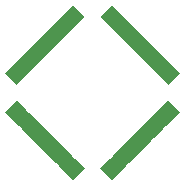
<source format=gbr>
G04 #@! TF.FileFunction,Soldermask,Top*
%FSLAX46Y46*%
G04 Gerber Fmt 4.6, Leading zero omitted, Abs format (unit mm)*
G04 Created by KiCad (PCBNEW 4.0.7) date 02/22/18 18:04:52*
%MOMM*%
%LPD*%
G01*
G04 APERTURE LIST*
%ADD10C,0.100000*%
G04 APERTURE END LIST*
D10*
G36*
X148297476Y-96718642D02*
X147837857Y-96259023D01*
X148827806Y-95269074D01*
X149287425Y-95728693D01*
X148297476Y-96718642D01*
X148297476Y-96718642D01*
G37*
G36*
X148651029Y-97072196D02*
X148191410Y-96612577D01*
X149181359Y-95622628D01*
X149640978Y-96082247D01*
X148651029Y-97072196D01*
X148651029Y-97072196D01*
G37*
G36*
X149004583Y-97425749D02*
X148544964Y-96966130D01*
X149534913Y-95976181D01*
X149994532Y-96435800D01*
X149004583Y-97425749D01*
X149004583Y-97425749D01*
G37*
G36*
X149358136Y-97779302D02*
X148898517Y-97319683D01*
X149888466Y-96329734D01*
X150348085Y-96789353D01*
X149358136Y-97779302D01*
X149358136Y-97779302D01*
G37*
G36*
X149711689Y-98132856D02*
X149252070Y-97673237D01*
X150242019Y-96683288D01*
X150701638Y-97142907D01*
X149711689Y-98132856D01*
X149711689Y-98132856D01*
G37*
G36*
X150065243Y-98486409D02*
X149605624Y-98026790D01*
X150595573Y-97036841D01*
X151055192Y-97496460D01*
X150065243Y-98486409D01*
X150065243Y-98486409D01*
G37*
G36*
X150418796Y-98839963D02*
X149959177Y-98380344D01*
X150949126Y-97390395D01*
X151408745Y-97850014D01*
X150418796Y-98839963D01*
X150418796Y-98839963D01*
G37*
G36*
X150772350Y-99193516D02*
X150312731Y-98733897D01*
X151302680Y-97743948D01*
X151762299Y-98203567D01*
X150772350Y-99193516D01*
X150772350Y-99193516D01*
G37*
G36*
X151125903Y-99547069D02*
X150666284Y-99087450D01*
X151656233Y-98097501D01*
X152115852Y-98557120D01*
X151125903Y-99547069D01*
X151125903Y-99547069D01*
G37*
G36*
X151479456Y-99900623D02*
X151019837Y-99441004D01*
X152009786Y-98451055D01*
X152469405Y-98910674D01*
X151479456Y-99900623D01*
X151479456Y-99900623D01*
G37*
G36*
X151833010Y-100254176D02*
X151373391Y-99794557D01*
X152363340Y-98804608D01*
X152822959Y-99264227D01*
X151833010Y-100254176D01*
X151833010Y-100254176D01*
G37*
G36*
X152186563Y-100607730D02*
X151726944Y-100148111D01*
X152716893Y-99158162D01*
X153176512Y-99617781D01*
X152186563Y-100607730D01*
X152186563Y-100607730D01*
G37*
G36*
X152540117Y-100961283D02*
X152080498Y-100501664D01*
X153070447Y-99511715D01*
X153530066Y-99971334D01*
X152540117Y-100961283D01*
X152540117Y-100961283D01*
G37*
G36*
X152893670Y-101314836D02*
X152434051Y-100855217D01*
X153424000Y-99865268D01*
X153883619Y-100324887D01*
X152893670Y-101314836D01*
X152893670Y-101314836D01*
G37*
G36*
X153247223Y-101668390D02*
X152787604Y-101208771D01*
X153777553Y-100218822D01*
X154237172Y-100678441D01*
X153247223Y-101668390D01*
X153247223Y-101668390D01*
G37*
G36*
X153600777Y-102021943D02*
X153141158Y-101562324D01*
X154131107Y-100572375D01*
X154590726Y-101031994D01*
X153600777Y-102021943D01*
X153600777Y-102021943D01*
G37*
G36*
X157348442Y-101562324D02*
X156888823Y-102021943D01*
X155898874Y-101031994D01*
X156358493Y-100572375D01*
X157348442Y-101562324D01*
X157348442Y-101562324D01*
G37*
G36*
X157701996Y-101208771D02*
X157242377Y-101668390D01*
X156252428Y-100678441D01*
X156712047Y-100218822D01*
X157701996Y-101208771D01*
X157701996Y-101208771D01*
G37*
G36*
X158055549Y-100855217D02*
X157595930Y-101314836D01*
X156605981Y-100324887D01*
X157065600Y-99865268D01*
X158055549Y-100855217D01*
X158055549Y-100855217D01*
G37*
G36*
X158409102Y-100501664D02*
X157949483Y-100961283D01*
X156959534Y-99971334D01*
X157419153Y-99511715D01*
X158409102Y-100501664D01*
X158409102Y-100501664D01*
G37*
G36*
X158762656Y-100148111D02*
X158303037Y-100607730D01*
X157313088Y-99617781D01*
X157772707Y-99158162D01*
X158762656Y-100148111D01*
X158762656Y-100148111D01*
G37*
G36*
X159116209Y-99794557D02*
X158656590Y-100254176D01*
X157666641Y-99264227D01*
X158126260Y-98804608D01*
X159116209Y-99794557D01*
X159116209Y-99794557D01*
G37*
G36*
X159469763Y-99441004D02*
X159010144Y-99900623D01*
X158020195Y-98910674D01*
X158479814Y-98451055D01*
X159469763Y-99441004D01*
X159469763Y-99441004D01*
G37*
G36*
X159823316Y-99087450D02*
X159363697Y-99547069D01*
X158373748Y-98557120D01*
X158833367Y-98097501D01*
X159823316Y-99087450D01*
X159823316Y-99087450D01*
G37*
G36*
X160176869Y-98733897D02*
X159717250Y-99193516D01*
X158727301Y-98203567D01*
X159186920Y-97743948D01*
X160176869Y-98733897D01*
X160176869Y-98733897D01*
G37*
G36*
X160530423Y-98380344D02*
X160070804Y-98839963D01*
X159080855Y-97850014D01*
X159540474Y-97390395D01*
X160530423Y-98380344D01*
X160530423Y-98380344D01*
G37*
G36*
X160883976Y-98026790D02*
X160424357Y-98486409D01*
X159434408Y-97496460D01*
X159894027Y-97036841D01*
X160883976Y-98026790D01*
X160883976Y-98026790D01*
G37*
G36*
X161237530Y-97673237D02*
X160777911Y-98132856D01*
X159787962Y-97142907D01*
X160247581Y-96683288D01*
X161237530Y-97673237D01*
X161237530Y-97673237D01*
G37*
G36*
X161591083Y-97319683D02*
X161131464Y-97779302D01*
X160141515Y-96789353D01*
X160601134Y-96329734D01*
X161591083Y-97319683D01*
X161591083Y-97319683D01*
G37*
G36*
X161944636Y-96966130D02*
X161485017Y-97425749D01*
X160495068Y-96435800D01*
X160954687Y-95976181D01*
X161944636Y-96966130D01*
X161944636Y-96966130D01*
G37*
G36*
X162298190Y-96612577D02*
X161838571Y-97072196D01*
X160848622Y-96082247D01*
X161308241Y-95622628D01*
X162298190Y-96612577D01*
X162298190Y-96612577D01*
G37*
G36*
X162651743Y-96259023D02*
X162192124Y-96718642D01*
X161202175Y-95728693D01*
X161661794Y-95269074D01*
X162651743Y-96259023D01*
X162651743Y-96259023D01*
G37*
G36*
X161661794Y-93960926D02*
X161202175Y-93501307D01*
X162192124Y-92511358D01*
X162651743Y-92970977D01*
X161661794Y-93960926D01*
X161661794Y-93960926D01*
G37*
G36*
X161308241Y-93607372D02*
X160848622Y-93147753D01*
X161838571Y-92157804D01*
X162298190Y-92617423D01*
X161308241Y-93607372D01*
X161308241Y-93607372D01*
G37*
G36*
X160954687Y-93253819D02*
X160495068Y-92794200D01*
X161485017Y-91804251D01*
X161944636Y-92263870D01*
X160954687Y-93253819D01*
X160954687Y-93253819D01*
G37*
G36*
X160601134Y-92900266D02*
X160141515Y-92440647D01*
X161131464Y-91450698D01*
X161591083Y-91910317D01*
X160601134Y-92900266D01*
X160601134Y-92900266D01*
G37*
G36*
X160247581Y-92546712D02*
X159787962Y-92087093D01*
X160777911Y-91097144D01*
X161237530Y-91556763D01*
X160247581Y-92546712D01*
X160247581Y-92546712D01*
G37*
G36*
X159894027Y-92193159D02*
X159434408Y-91733540D01*
X160424357Y-90743591D01*
X160883976Y-91203210D01*
X159894027Y-92193159D01*
X159894027Y-92193159D01*
G37*
G36*
X159540474Y-91839605D02*
X159080855Y-91379986D01*
X160070804Y-90390037D01*
X160530423Y-90849656D01*
X159540474Y-91839605D01*
X159540474Y-91839605D01*
G37*
G36*
X159186920Y-91486052D02*
X158727301Y-91026433D01*
X159717250Y-90036484D01*
X160176869Y-90496103D01*
X159186920Y-91486052D01*
X159186920Y-91486052D01*
G37*
G36*
X158833367Y-91132499D02*
X158373748Y-90672880D01*
X159363697Y-89682931D01*
X159823316Y-90142550D01*
X158833367Y-91132499D01*
X158833367Y-91132499D01*
G37*
G36*
X158479814Y-90778945D02*
X158020195Y-90319326D01*
X159010144Y-89329377D01*
X159469763Y-89788996D01*
X158479814Y-90778945D01*
X158479814Y-90778945D01*
G37*
G36*
X158126260Y-90425392D02*
X157666641Y-89965773D01*
X158656590Y-88975824D01*
X159116209Y-89435443D01*
X158126260Y-90425392D01*
X158126260Y-90425392D01*
G37*
G36*
X157772707Y-90071838D02*
X157313088Y-89612219D01*
X158303037Y-88622270D01*
X158762656Y-89081889D01*
X157772707Y-90071838D01*
X157772707Y-90071838D01*
G37*
G36*
X157419153Y-89718285D02*
X156959534Y-89258666D01*
X157949483Y-88268717D01*
X158409102Y-88728336D01*
X157419153Y-89718285D01*
X157419153Y-89718285D01*
G37*
G36*
X157065600Y-89364732D02*
X156605981Y-88905113D01*
X157595930Y-87915164D01*
X158055549Y-88374783D01*
X157065600Y-89364732D01*
X157065600Y-89364732D01*
G37*
G36*
X156712047Y-89011178D02*
X156252428Y-88551559D01*
X157242377Y-87561610D01*
X157701996Y-88021229D01*
X156712047Y-89011178D01*
X156712047Y-89011178D01*
G37*
G36*
X156358493Y-88657625D02*
X155898874Y-88198006D01*
X156888823Y-87208057D01*
X157348442Y-87667676D01*
X156358493Y-88657625D01*
X156358493Y-88657625D01*
G37*
G36*
X154590726Y-88198006D02*
X154131107Y-88657625D01*
X153141158Y-87667676D01*
X153600777Y-87208057D01*
X154590726Y-88198006D01*
X154590726Y-88198006D01*
G37*
G36*
X154237172Y-88551559D02*
X153777553Y-89011178D01*
X152787604Y-88021229D01*
X153247223Y-87561610D01*
X154237172Y-88551559D01*
X154237172Y-88551559D01*
G37*
G36*
X153883619Y-88905113D02*
X153424000Y-89364732D01*
X152434051Y-88374783D01*
X152893670Y-87915164D01*
X153883619Y-88905113D01*
X153883619Y-88905113D01*
G37*
G36*
X153530066Y-89258666D02*
X153070447Y-89718285D01*
X152080498Y-88728336D01*
X152540117Y-88268717D01*
X153530066Y-89258666D01*
X153530066Y-89258666D01*
G37*
G36*
X153176512Y-89612219D02*
X152716893Y-90071838D01*
X151726944Y-89081889D01*
X152186563Y-88622270D01*
X153176512Y-89612219D01*
X153176512Y-89612219D01*
G37*
G36*
X152822959Y-89965773D02*
X152363340Y-90425392D01*
X151373391Y-89435443D01*
X151833010Y-88975824D01*
X152822959Y-89965773D01*
X152822959Y-89965773D01*
G37*
G36*
X152469405Y-90319326D02*
X152009786Y-90778945D01*
X151019837Y-89788996D01*
X151479456Y-89329377D01*
X152469405Y-90319326D01*
X152469405Y-90319326D01*
G37*
G36*
X152115852Y-90672880D02*
X151656233Y-91132499D01*
X150666284Y-90142550D01*
X151125903Y-89682931D01*
X152115852Y-90672880D01*
X152115852Y-90672880D01*
G37*
G36*
X151762299Y-91026433D02*
X151302680Y-91486052D01*
X150312731Y-90496103D01*
X150772350Y-90036484D01*
X151762299Y-91026433D01*
X151762299Y-91026433D01*
G37*
G36*
X151408745Y-91379986D02*
X150949126Y-91839605D01*
X149959177Y-90849656D01*
X150418796Y-90390037D01*
X151408745Y-91379986D01*
X151408745Y-91379986D01*
G37*
G36*
X151055192Y-91733540D02*
X150595573Y-92193159D01*
X149605624Y-91203210D01*
X150065243Y-90743591D01*
X151055192Y-91733540D01*
X151055192Y-91733540D01*
G37*
G36*
X150701638Y-92087093D02*
X150242019Y-92546712D01*
X149252070Y-91556763D01*
X149711689Y-91097144D01*
X150701638Y-92087093D01*
X150701638Y-92087093D01*
G37*
G36*
X150348085Y-92440647D02*
X149888466Y-92900266D01*
X148898517Y-91910317D01*
X149358136Y-91450698D01*
X150348085Y-92440647D01*
X150348085Y-92440647D01*
G37*
G36*
X149994532Y-92794200D02*
X149534913Y-93253819D01*
X148544964Y-92263870D01*
X149004583Y-91804251D01*
X149994532Y-92794200D01*
X149994532Y-92794200D01*
G37*
G36*
X149640978Y-93147753D02*
X149181359Y-93607372D01*
X148191410Y-92617423D01*
X148651029Y-92157804D01*
X149640978Y-93147753D01*
X149640978Y-93147753D01*
G37*
G36*
X149287425Y-93501307D02*
X148827806Y-93960926D01*
X147837857Y-92970977D01*
X148297476Y-92511358D01*
X149287425Y-93501307D01*
X149287425Y-93501307D01*
G37*
M02*

</source>
